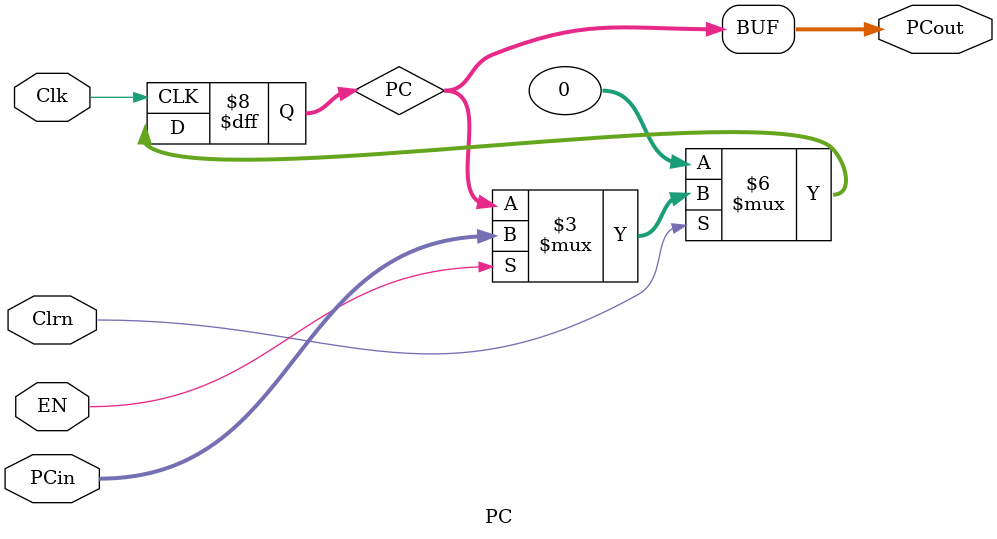
<source format=v>
`timescale 1ns / 1ps

module PC (
  input         Clk,   // Clock signal
  input         Clrn,  // Synchronous clear (active low)
  input         EN,    // Enable signal
  input  [31:0] PCin,  // PC input
  output [31:0] PCout  // PC output
);

  reg [31:0] PC;

  // Synchronous clear on negative clock edge
  always @(negedge Clk) begin
    if (!Clrn) PC <= 32'h00000000;
    else if(EN) PC <= PCin;
  end

  assign PCout = PC;

endmodule

</source>
